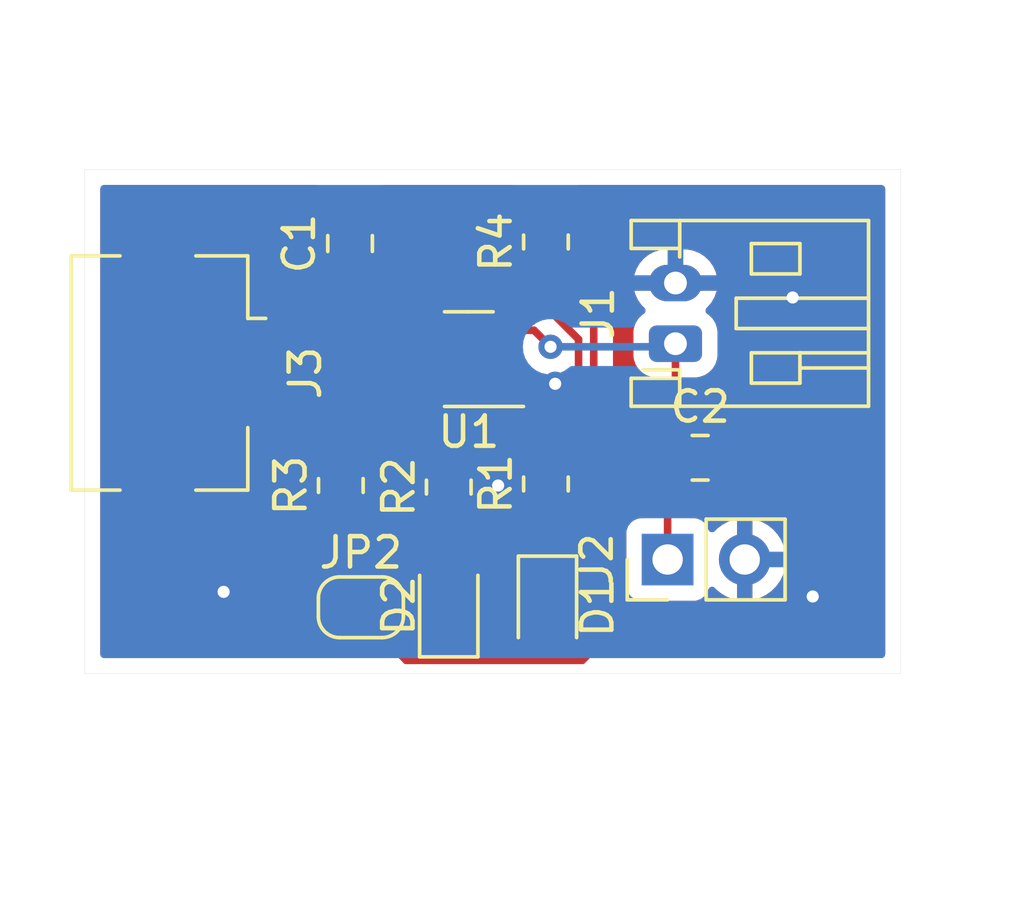
<source format=kicad_pcb>
(kicad_pcb (version 20211014) (generator pcbnew)
  (layers (0 "F.Cu" signal) (31 "B.Cu" signal) (34 "B.Paste" user) (35 "F.Paste" user) (36 "B.SilkS" user "B.Silkscreen") (37 "F.SilkS" user "F.Silkscreen") (38 "B.Mask" user) (39 "F.Mask" user) (44 "Edge.Cuts" user))
  (net 0 "")
  (net 1 "Net-(J3-Pad1)")
  (net 2 "GND")
  (net 3 "Net-(R1-Pad1)")
  (net 4 "Net-(D2-Pad2)")
  (net 8 "unconnected-(J3-Pad6)")
  (net 9 "Net-(U1-Pad5)")
  (net 10 "Net-(R4-Pad1)")
  (net 11 "Net-(R1-Pad2)")
  (net 12 "Net-(C2-Pad1)")
  (footprint "Connector_PinHeader_2.54mm:PinHeader_1x02_P2.54mm_Vertical" (layer "F.Cu") (at 22.4994 14.9352 90)
    (fp_text reference "J2" (at 0 -2.33 90) (layer "F.SilkS"))
    (fp_text value "Conn_01x02_Female")
    (fp_line (start -1.33 -1.33) (end 0 -1.33) (layer "F.SilkS") (width 0.12))
    (fp_line (start -1.33 0) (end -1.33 -1.33) (layer "F.SilkS") (width 0.12))
    (fp_line (start -1.33 1.27) (end 1.33 1.27) (layer "F.SilkS") (width 0.12))
    (fp_line (start -1.33 3.87) (end 1.33 3.87) (layer "F.SilkS") (width 0.12))
    (fp_line (start 1.33 1.27) (end 1.33 3.87) (layer "F.SilkS") (width 0.12))
    (fp_line (start -1.33 1.27) (end -1.33 3.87) (layer "F.SilkS") (width 0.12))
    (pad "1" thru_hole rect (at 0 0 90) (size 1.7 1.7) (drill 1) (layers *.Cu *.Mask) (net 12 "Net-(C2-Pad1)"))
    (pad "2" thru_hole oval (at 0 2.54 90) (size 1.7 1.7) (drill 1) (layers *.Cu *.Mask) (net 2 "GND"))
  )
  (footprint "Resistor_SMD:R_0805_2012Metric" (layer "F.Cu") (at 11.7348 12.4968 90)
    (fp_text reference "R3" (at 0 -1.65 90) (layer "F.SilkS"))
    (fp_text value "10kR")
    (fp_line (start -0.227064 -0.735) (end 0.227064 -0.735) (layer "F.SilkS") (width 0.12))
    (fp_line (start -0.227064 0.735) (end 0.227064 0.735) (layer "F.SilkS") (width 0.12))
    (pad "1" smd roundrect (at -0.9125 0 90) (size 1.025 1.4) (layers "F.Cu" "F.Paste" "F.Mask") (roundrect_rratio 0.243902) (net 9 "Net-(U1-Pad5)"))
    (pad "2" smd roundrect (at 0.9125 0 90) (size 1.025 1.4) (layers "F.Cu" "F.Paste" "F.Mask") (roundrect_rratio 0.243902) (net 2 "GND"))
  )
  (footprint "Resistor_SMD:R_0805_2012Metric" (layer "F.Cu") (at 18.4912 4.4704 90)
    (fp_text reference "R4" (at 0 -1.65 90) (layer "F.SilkS"))
    (fp_text value "2.5kR")
    (fp_line (start -0.227064 -0.735) (end 0.227064 -0.735) (layer "F.SilkS") (width 0.12))
    (fp_line (start -0.227064 0.735) (end 0.227064 0.735) (layer "F.SilkS") (width 0.12))
    (pad "1" smd roundrect (at -0.9125 0 90) (size 1.025 1.4) (layers "F.Cu" "F.Paste" "F.Mask") (roundrect_rratio 0.243902) (net 10 "Net-(R4-Pad1)"))
    (pad "2" smd roundrect (at 0.9125 0 90) (size 1.025 1.4) (layers "F.Cu" "F.Paste" "F.Mask") (roundrect_rratio 0.243902) (net 2 "GND"))
  )
  (footprint "LED_SMD:LED_0805_2012Metric" (layer "F.Cu") (at 15.2908 16.4592 90)
    (fp_text reference "D2" (at 0 -1.65 90) (layer "F.SilkS"))
    (fp_text value "GREEN")
    (fp_line (start -1.685 -0.96) (end -1.685 0.96) (layer "F.SilkS") (width 0.12))
    (fp_line (start -1.685 0.96) (end 1 0.96) (layer "F.SilkS") (width 0.12))
    (fp_line (start 1 -0.96) (end -1.685 -0.96) (layer "F.SilkS") (width 0.12))
    (pad "1" smd roundrect (at -0.9375 0 90) (size 0.975 1.4) (layers "F.Cu" "F.Paste" "F.Mask") (net 2 "GND"))
    (pad "2" smd roundrect (at 0.9375 0 90) (size 0.975 1.4) (layers "F.Cu" "F.Paste" "F.Mask") (net 4 "Net-(D2-Pad2)"))
  )
  (footprint "Connector_USB:USB_Micro-B_Amphenol_10104110_Horizontal" (layer "F.Cu") (at 7.0104 8.7884 -90)
    (fp_text reference "J3" (at 0 -3.55 90) (layer "F.SilkS"))
    (fp_text value "USB_B_Micro")
    (fp_line (start 3.86 4.16) (end 3.86 2.55) (layer "F.SilkS") (width 0.12))
    (fp_line (start -3.86 -1.66) (end -1.8 -1.66) (layer "F.SilkS") (width 0.12))
    (fp_line (start -3.86 4.16) (end 3.86 4.16) (layer "F.SilkS") (width 0.12))
    (fp_line (start 3.86 -1.66) (end 1.8 -1.66) (layer "F.SilkS") (width 0.12))
    (fp_line (start 3.86 0.05) (end 3.86 -1.66) (layer "F.SilkS") (width 0.12))
    (fp_line (start -1.8 -1.66) (end -1.8 -2.25) (layer "F.SilkS") (width 0.12))
    (fp_line (start -3.86 0.05) (end -3.86 -1.66) (layer "F.SilkS") (width 0.12))
    (fp_line (start -3.86 4.16) (end -3.86 2.55) (layer "F.SilkS") (width 0.12))
    (pad "1" smd rect (at -1.3 -1.55 270) (size 0.4 1.4) (layers "F.Cu" "F.Paste" "F.Mask") (net 1 "Net-(J3-Pad1)"))
    (pad "2" smd rect (at -0.65 -1.55 270) (size 0.4 1.4) (layers "F.Cu" "F.Paste" "F.Mask"))
    (pad "3" smd rect (at 0 -1.55 270) (size 0.4 1.4) (layers "F.Cu" "F.Paste" "F.Mask"))
    (pad "4" smd rect (at 0.65 -1.55 270) (size 0.4 1.4) (layers "F.Cu" "F.Paste" "F.Mask"))
    (pad "5" smd rect (at 1.3 -1.55 270) (size 0.4 1.4) (layers "F.Cu" "F.Paste" "F.Mask") (net 2 "GND"))
    (pad "6" smd rect (at 3.75 1.3 270) (size 2.3 1.9) (layers "F.Cu" "F.Paste" "F.Mask") (net 8 "unconnected-(J3-Pad6)"))
    (pad "6" smd rect (at -3.75 1.3 270) (size 2.3 1.9) (layers "F.Cu" "F.Paste" "F.Mask") (net 8 "unconnected-(J3-Pad6)"))
    (pad "6" smd rect (at 1.15 1.3 270) (size 1.8 1.9) (layers "F.Cu" "F.Paste" "F.Mask") (net 8 "unconnected-(J3-Pad6)"))
    (pad "6" smd rect (at -1.15 1.3 270) (size 1.8 1.9) (layers "F.Cu" "F.Paste" "F.Mask") (net 8 "unconnected-(J3-Pad6)"))
  )
  (footprint "Resistor_SMD:R_0805_2012Metric" (layer "F.Cu") (at 15.2908 12.5476 90)
    (fp_text reference "R2" (at 0 -1.65 90) (layer "F.SilkS"))
    (fp_text value "470R")
    (fp_line (start -0.227064 -0.735) (end 0.227064 -0.735) (layer "F.SilkS") (width 0.12))
    (fp_line (start -0.227064 0.735) (end 0.227064 0.735) (layer "F.SilkS") (width 0.12))
    (pad "1" smd roundrect (at -0.9125 0 90) (size 1.025 1.4) (layers "F.Cu" "F.Paste" "F.Mask") (roundrect_rratio 0.243902) (net 4 "Net-(D2-Pad2)"))
    (pad "2" smd roundrect (at 0.9125 0 90) (size 1.025 1.4) (layers "F.Cu" "F.Paste" "F.Mask") (roundrect_rratio 0.243902) (net 11 "Net-(R1-Pad2)"))
  )
  (footprint "Resistor_SMD:R_0805_2012Metric" (layer "F.Cu") (at 18.4912 12.446 90)
    (fp_text reference "R1" (at 0 -1.65 90) (layer "F.SilkS"))
    (fp_text value "470R")
    (fp_line (start -0.227064 0.735) (end 0.227064 0.735) (layer "F.SilkS") (width 0.12))
    (fp_line (start -0.227064 -0.735) (end 0.227064 -0.735) (layer "F.SilkS") (width 0.12))
    (pad "1" smd roundrect (at -0.9125 0 90) (size 1.025 1.4) (layers "F.Cu" "F.Paste" "F.Mask") (roundrect_rratio 0.243902) (net 3 "Net-(R1-Pad1)"))
    (pad "2" smd roundrect (at 0.9125 0 90) (size 1.025 1.4) (layers "F.Cu" "F.Paste" "F.Mask") (roundrect_rratio 0.243902) (net 11 "Net-(R1-Pad2)"))
  )
  (footprint "Jumper:SolderJumper-2_P1.3mm_Open_RoundedPad1.0x1.5mm" (layer "F.Cu") (at 12.3952 16.51)
    (fp_text reference "JP2" (at 0 -1.8) (layer "F.SilkS"))
    (fp_text value "SolderJumper_2_Open")
    (fp_line (start 0.7 1) (end -0.7 1) (layer "F.SilkS") (width 0.12))
    (fp_line (start -0.7 -1) (end 0.7 -1) (layer "F.SilkS") (width 0.12))
    (fp_line (start -1.4 0.3) (end -1.4 -0.3) (layer "F.SilkS") (width 0.12))
    (fp_line (start 1.4 -0.3) (end 1.4 0.3) (layer "F.SilkS") (width 0.12))
    (fp_arc (start -1.4 -0.3) (mid -1.194975 -0.794975) (end -0.7 -1) (layer "F.SilkS") (width 0.12))
    (fp_arc (start 1.4 0.3) (mid 1.194975 0.794975) (end 0.7 1) (layer "F.SilkS") (width 0.12))
    (fp_arc (start 0.7 -1) (mid 1.194975 -0.794975) (end 1.4 -0.3) (layer "F.SilkS") (width 0.12))
    (fp_arc (start -0.7 1) (mid -1.194975 0.794975) (end -1.4 0.3) (layer "F.SilkS") (width 0.12))
    (pad "1" smd custom (at -0.65 0) (size 1 0.5) (layers "F.Cu" "F.Mask") (net 9 "Net-(U1-Pad5)") (options (clearance outline) (anchor rect)) (primitives (gr_circle (center 0 0.25) (end 0.5 0.25) (width 0) (fill yes)) (gr_circle (center 0 -0.25) (end 0.5 -0.25) (width 0) (fill yes)) (gr_poly (pts (xy 0.5 0.75) (xy 0 0.75) (xy 0 -0.75) (xy 0.5 -0.75)) (width 0) (fill yes))))
    (pad "2" smd custom (at 0.65 0) (size 1 0.5) (layers "F.Cu" "F.Mask") (net 10 "Net-(R4-Pad1)") (options (clearance outline) (anchor rect)) (primitives (gr_circle (center 0 0.25) (end 0.5 0.25) (width 0) (fill yes)) (gr_circle (center 0 -0.25) (end 0.5 -0.25) (width 0) (fill yes)) (gr_poly (pts (xy 0 0.75) (xy -0.5 0.75) (xy -0.5 -0.75) (xy 0 -0.75)) (width 0) (fill yes))))
  )
  (footprint "LED_SMD:LED_0805_2012Metric" (layer "F.Cu") (at 18.542 16.51 -90)
    (fp_text reference "D1" (at 0 -1.65 90) (layer "F.SilkS"))
    (fp_text value "RED")
    (fp_line (start -1.685 -0.96) (end -1.685 0.96) (layer "F.SilkS") (width 0.12))
    (fp_line (start 1 -0.96) (end -1.685 -0.96) (layer "F.SilkS") (width 0.12))
    (fp_line (start -1.685 0.96) (end 1 0.96) (layer "F.SilkS") (width 0.12))
    (pad "1" smd roundrect (at -0.9375 0 270) (size 0.975 1.4) (layers "F.Cu" "F.Paste" "F.Mask") (net 3 "Net-(R1-Pad1)"))
    (pad "2" smd roundrect (at 0.9375 0 270) (size 0.975 1.4) (layers "F.Cu" "F.Paste" "F.Mask") (net 1 "Net-(J3-Pad1)"))
  )
  (footprint "Connector_JST:JST_PH_S2B-PH-K_1x02_P2.00mm_Horizontal" (layer "F.Cu") (at 22.7584 7.8232 90)
    (fp_text reference "J1" (at 1 -2.55 90) (layer "F.SilkS"))
    (fp_text value "Conn_01x02_Female")
    (fp_line (start 3.14 -1.46) (end 3.14 0.14) (layer "F.SilkS") (width 0.12))
    (fp_line (start -0.3 4.1) (end -0.3 2.5) (layer "F.SilkS") (width 0.12))
    (fp_line (start -0.3 4.1) (end -0.3 6.36) (layer "F.SilkS") (width 0.12))
    (fp_line (start -0.8 4.1) (end -0.8 6.36) (layer "F.SilkS") (width 0.12))
    (fp_line (start 4.06 6.36) (end 4.06 -1.46) (layer "F.SilkS") (width 0.12))
    (fp_line (start 3.3 4.1) (end 2.3 4.1) (layer "F.SilkS") (width 0.12))
    (fp_line (start -0.86 0.14) (end -1.14 0.14) (layer "F.SilkS") (width 0.12))
    (fp_line (start 2.3 4.1) (end 2.3 2.5) (layer "F.SilkS") (width 0.12))
    (fp_line (start -1.14 0.14) (end -1.14 -1.46) (layer "F.SilkS") (width 0.12))
    (fp_line (start -2.06 0.14) (end -1.14 0.14) (layer "F.SilkS") (width 0.12))
    (fp_line (start -2.06 6.36) (end 4.06 6.36) (layer "F.SilkS") (width 0.12))
    (fp_line (start -2.06 -1.46) (end -2.06 6.36) (layer "F.SilkS") (width 0.12))
    (fp_line (start 4.06 -1.46) (end 3.14 -1.46) (layer "F.SilkS") (width 0.12))
    (fp_line (start 4.06 0.14) (end 3.14 0.14) (layer "F.SilkS") (width 0.12))
    (fp_line (start 2.3 2.5) (end 3.3 2.5) (layer "F.SilkS") (width 0.12))
    (fp_line (start -1.3 4.1) (end -0.3 4.1) (layer "F.SilkS") (width 0.12))
    (fp_line (start -1.14 -1.46) (end -2.06 -1.46) (layer "F.SilkS") (width 0.12))
    (fp_line (start -0.86 0.14) (end -0.86 -1.075) (layer "F.SilkS") (width 0.12))
    (fp_line (start 3.14 0.14) (end 2.86 0.14) (layer "F.SilkS") (width 0.12))
    (fp_line (start -1.3 2.5) (end -1.3 4.1) (layer "F.SilkS") (width 0.12))
    (fp_line (start 0.5 6.36) (end 0.5 2) (layer "F.SilkS") (width 0.12))
    (fp_line (start 1.5 2) (end 1.5 6.36) (layer "F.SilkS") (width 0.12))
    (fp_line (start 0.5 2) (end 1.5 2) (layer "F.SilkS") (width 0.12))
    (fp_line (start -0.3 2.5) (end -1.3 2.5) (layer "F.SilkS") (width 0.12))
    (fp_line (start 3.3 2.5) (end 3.3 4.1) (layer "F.SilkS") (width 0.12))
    (pad "1" thru_hole roundrect (at 0 0 90) (size 1.2 1.75) (drill 0.75) (layers *.Cu *.Mask) (roundrect_rratio 0.208333) (net 12 "Net-(C2-Pad1)"))
    (pad "2" thru_hole oval (at 2 0 90) (size 1.2 1.75) (drill 0.75) (layers *.Cu *.Mask) (net 2 "GND"))
  )
  (footprint "Capacitor_SMD:C_0805_2012Metric" (layer "F.Cu") (at 23.5712 11.5824)
    (fp_text reference "C2" (at 0 -1.68) (layer "F.SilkS"))
    (fp_text value "10uC")
    (fp_line (start -0.261252 0.735) (end 0.261252 0.735) (layer "F.SilkS") (width 0.12))
    (fp_line (start -0.261252 -0.735) (end 0.261252 -0.735) (layer "F.SilkS") (width 0.12))
    (pad "1" smd roundrect (at -0.95 0) (size 1 1.45) (layers "F.Cu" "F.Paste" "F.Mask") (net 12 "Net-(C2-Pad1)"))
    (pad "2" smd roundrect (at 0.95 0) (size 1 1.45) (layers "F.Cu" "F.Paste" "F.Mask") (net 2 "GND"))
  )
  (footprint "Capacitor_SMD:C_0805_2012Metric" (layer "F.Cu") (at 12.0396 4.5212 90)
    (fp_text reference "C1" (at 0 -1.68 90) (layer "F.SilkS"))
    (fp_text value "10uC")
    (fp_line (start -0.261252 -0.735) (end 0.261252 -0.735) (layer "F.SilkS") (width 0.12))
    (fp_line (start -0.261252 0.735) (end 0.261252 0.735) (layer "F.SilkS") (width 0.12))
    (pad "1" smd roundrect (at -0.95 0 90) (size 1 1.45) (layers "F.Cu" "F.Paste" "F.Mask") (net 1 "Net-(J3-Pad1)"))
    (pad "2" smd roundrect (at 0.95 0 90) (size 1 1.45) (layers "F.Cu" "F.Paste" "F.Mask") (net 2 "GND"))
  )
  (footprint "Package_TO_SOT_SMD:SOT-23-5" (layer "F.Cu") (at 15.9512 8.3312 180)
    (fp_text reference "U1" (at 0 -2.4) (layer "F.SilkS"))
    (fp_text value "MCP73831-2-OT")
    (fp_line (start 0 1.56) (end -0.8 1.56) (layer "F.SilkS") (width 0.12))
    (fp_line (start 0 1.56) (end 0.8 1.56) (layer "F.SilkS") (width 0.12))
    (fp_line (start 0 -1.56) (end 0.8 -1.56) (layer "F.SilkS") (width 0.12))
    (fp_line (start 0 -1.56) (end -1.8 -1.56) (layer "F.SilkS") (width 0.12))
    (pad "1" smd roundrect (at -1.1375 -0.95 180) (size 1.325 0.6) (layers "F.Cu" "F.Paste" "F.Mask") (net 11 "Net-(R1-Pad2)"))
    (pad "2" smd roundrect (at -1.1375 0 180) (size 1.325 0.6) (layers "F.Cu" "F.Paste" "F.Mask") (net 2 "GND"))
    (pad "3" smd roundrect (at -1.1375 0.95 180) (size 1.325 0.6) (layers "F.Cu" "F.Paste" "F.Mask") (net 12 "Net-(C2-Pad1)"))
    (pad "4" smd roundrect (at 1.1375 0.95 180) (size 1.325 0.6) (layers "F.Cu" "F.Paste" "F.Mask") (net 1 "Net-(J3-Pad1)"))
    (pad "5" smd roundrect (at 1.1375 -0.95 180) (size 1.325 0.6) (layers "F.Cu" "F.Paste" "F.Mask") (net 9 "Net-(U1-Pad5)"))
  )
  (gr_rect (start 3.302 2.0828) (end 30.1752 18.6944) (layer "Edge.Cuts") (width 0.01) (fill none))
  (segment (start 14.8137 7.3812) (end 14.7065 7.4884) (width 0.25) (layer "F.Cu") (net 1))
  (segment (start 13.746 7.4884) (end 12.7716 7.4884) (width 0.25) (layer "F.Cu") (net 1))
  (segment (start 19.56652 7.67932) (end 18.3896 6.5024) (width 0.25) (layer "F.Cu") (net 1))
  (segment (start 14.8137 6.8779) (end 14.8137 7.3812) (width 0.25) (layer "F.Cu") (net 1))
  (segment (start 12.7716 7.4884) (end 12.3236 7.4884) (width 0.25) (layer "F.Cu") (net 1))
  (segment (start 19.56652 16.42298) (end 19.56652 7.67932) (width 0.25) (layer "F.Cu") (net 1))
  (segment (start 12.0396 6.7564) (end 12.7716 7.4884) (width 0.25) (layer "F.Cu") (net 1))
  (segment (start 11.6124 7.4884) (end 8.5604 7.4884) (width 0.25) (layer "F.Cu") (net 1))
  (segment (start 12.2128 7.4884) (end 12.0188 7.4884) (width 0.25) (layer "F.Cu") (net 1))
  (segment (start 12.0188 7.4884) (end 11.6124 7.4884) (width 0.25) (layer "F.Cu") (net 1))
  (segment (start 18.542 17.4475) (end 19.56652 16.42298) (width 0.25) (layer "F.Cu") (net 1))
  (segment (start 11.6632 7.4884) (end 11.6124 7.4884) (width 0.25) (layer "F.Cu") (net 1))
  (segment (start 12.3236 7.4884) (end 12.2128 7.4884) (width 0.25) (layer "F.Cu") (net 1))
  (segment (start 18.3896 6.5024) (end 15.1892 6.5024) (width 0.25) (layer "F.Cu") (net 1))
  (segment (start 14.7065 7.4884) (end 13.746 7.4884) (width 0.25) (layer "F.Cu") (net 1))
  (segment (start 12.0396 5.4712) (end 12.0396 6.7564) (width 0.25) (layer "F.Cu") (net 1))
  (segment (start 15.1892 6.5024) (end 14.8137 6.8779) (width 0.25) (layer "F.Cu") (net 1))
  (segment (start 12.0396 3.5712) (end 12.0396 3.556) (width 0.25) (layer "F.Cu") (net 2))
  (segment (start 17.0887 8.3312) (end 16.404168 8.3312) (width 0.25) (layer "F.Cu") (net 2))
  (segment (start 11.6599 11.6592) (end 11.7348 11.5843) (width 0.25) (layer "F.Cu") (net 2))
  (via (at 27.2796 16.1544) (size 0.8) (drill 0.4) (layers "F.Cu" "B.Cu") (net 2))
  (via (at 7.874 16.002) (size 0.8) (drill 0.4) (layers "F.Cu" "B.Cu") (net 2))
  (via (at 18.796 9.144) (size 0.8) (drill 0.4) (layers "F.Cu" "B.Cu") (net 2))
  (via (at 16.9164 12.4968) (size 0.8) (drill 0.4) (layers "F.Cu" "B.Cu") (net 2))
  (via (at 26.6192 6.2992) (size 0.8) (drill 0.4) (layers "F.Cu" "B.Cu") (net 2))
  (segment (start 18.542 15.5725) (end 18.542 13.4093) (width 0.25) (layer "F.Cu") (net 3))
  (segment (start 18.542 13.4093) (end 18.4912 13.3585) (width 0.25) (layer "F.Cu") (net 3))
  (segment (start 15.2908 15.5217) (end 15.2908 13.4601) (width 0.25) (layer "F.Cu") (net 4))
  (segment (start 5.7104 5.0384) (end 5.7104 7.6384) (width 0.25) (layer "F.Cu") (net 8))
  (segment (start 5.7104 9.9384) (end 5.7104 12.5384) (width 0.25) (layer "F.Cu") (net 8))
  (segment (start 5.7104 7.6384) (end 5.7104 9.9384) (width 0.25) (layer "F.Cu") (net 8))
  (segment (start 11.7452 13.4197) (end 11.7348 13.4093) (width 0.25) (layer "F.Cu") (net 9))
  (segment (start 11.7452 16.51) (end 11.7452 13.4197) (width 0.25) (layer "F.Cu") (net 9))
  (segment (start 11.7348 13.4093) (end 14.8137 10.3304) (width 0.25) (layer "F.Cu") (net 9))
  (segment (start 14.8137 10.3304) (end 14.8137 9.2812) (width 0.25) (layer "F.Cu") (net 9))
  (segment (start 13.0452 17.414) (end 13.89072 18.25952) (width 0.25) (layer "F.Cu") (net 10))
  (segment (start 13.0452 16.51) (end 13.0452 17.414) (width 0.25) (layer "F.Cu") (net 10))
  (segment (start 13.89072 18.25952) (end 19.68808 18.25952) (width 0.25) (layer "F.Cu") (net 10))
  (segment (start 19.68808 18.25952) (end 20.066 17.8816) (width 0.25) (layer "F.Cu") (net 10))
  (segment (start 13.0452 16.654755) (end 13.0452 16.51) (width 0.25) (layer "F.Cu") (net 10))
  (segment (start 20.066 6.9577) (end 18.4912 5.3829) (width 0.25) (layer "F.Cu") (net 10))
  (segment (start 20.066 17.8816) (end 20.066 6.9577) (width 0.25) (layer "F.Cu") (net 10))
  (segment (start 18.4912 11.5335) (end 18.4912 10.544883) (width 0.25) (layer "F.Cu") (net 11))
  (segment (start 15.2908 11.0791) (end 17.0887 9.2812) (width 0.25) (layer "F.Cu") (net 11))
  (segment (start 18.4912 10.544883) (end 17.227517 9.2812) (width 0.25) (layer "F.Cu") (net 11))
  (segment (start 15.2908 11.6351) (end 15.2908 11.0791) (width 0.25) (layer "F.Cu") (net 11))
  (segment (start 17.227517 9.2812) (end 17.0887 9.2812) (width 0.25) (layer "F.Cu") (net 11))
  (segment (start 22.4994 14.9352) (end 22.4994 11.7042) (width 0.25) (layer "F.Cu") (net 12))
  (segment (start 18.1 7.3812) (end 18.6436 7.9248) (width 0.25) (layer "F.Cu") (net 12))
  (segment (start 22.7584 7.8232) (end 22.86 7.9248) (width 0.25) (layer "F.Cu") (net 12))
  (segment (start 22.7584 11.4452) (end 22.6212 11.5824) (width 0.25) (layer "F.Cu") (net 12))
  (segment (start 22.4994 11.7042) (end 22.6212 11.5824) (width 0.25) (layer "F.Cu") (net 12))
  (segment (start 22.7584 7.8232) (end 22.7584 11.4452) (width 0.25) (layer "F.Cu") (net 12))
  (segment (start 17.0887 7.3812) (end 18.1 7.3812) (width 0.25) (layer "F.Cu") (net 12))
  (via (at 18.6436 7.9248) (size 0.8) (drill 0.4) (layers "F.Cu" "B.Cu") (net 12))
  (segment (start 22.6568 7.9248) (end 22.7584 7.8232) (width 0.25) (layer "B.Cu") (net 12))
  (segment (start 18.6436 7.9248) (end 22.6568 7.9248) (width 0.25) (layer "B.Cu") (net 12))
  (zone (net 2) (net_name "GND") (layers F&B.Cu) (connect_pads (clearance 0.508)) (min_thickness 0.254) (fill yes (thermal_gap 0.508) (thermal_bridge_width 0.508))
    (polygon (pts (xy 33.8836 0.508) (xy 34.2392 26.3144) (xy 1.016 21.59) (xy 0.508 3.9116) (xy 2.2352 -3.5052)))
  )
)
</source>
